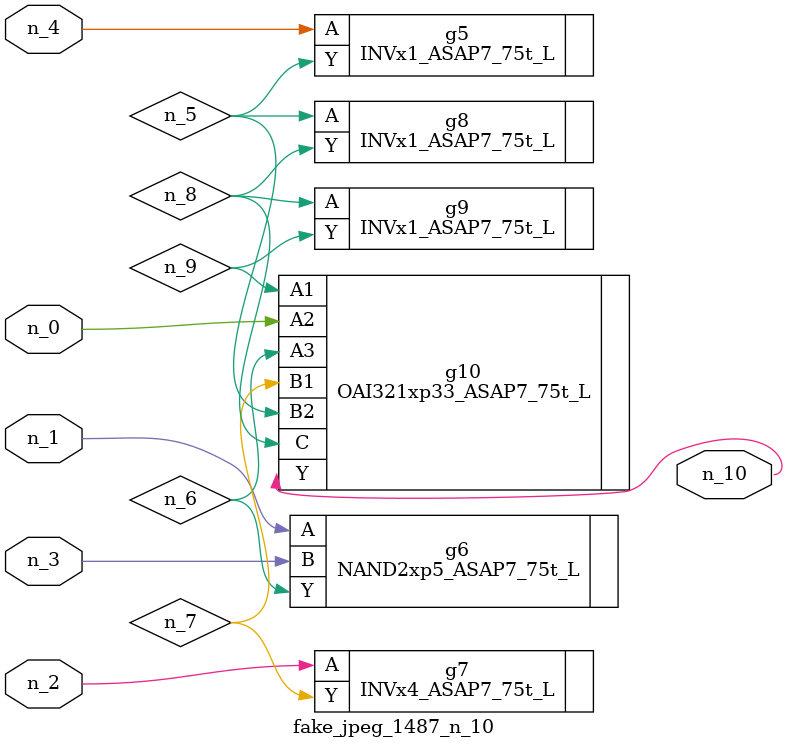
<source format=v>
module fake_jpeg_1487_n_10 (n_3, n_2, n_1, n_0, n_4, n_10);

input n_3;
input n_2;
input n_1;
input n_0;
input n_4;

output n_10;

wire n_8;
wire n_9;
wire n_6;
wire n_5;
wire n_7;

INVx1_ASAP7_75t_L g5 ( 
.A(n_4),
.Y(n_5)
);

NAND2xp5_ASAP7_75t_L g6 ( 
.A(n_1),
.B(n_3),
.Y(n_6)
);

INVx4_ASAP7_75t_L g7 ( 
.A(n_2),
.Y(n_7)
);

INVx1_ASAP7_75t_L g8 ( 
.A(n_5),
.Y(n_8)
);

INVx1_ASAP7_75t_L g9 ( 
.A(n_8),
.Y(n_9)
);

OAI321xp33_ASAP7_75t_L g10 ( 
.A1(n_9),
.A2(n_0),
.A3(n_6),
.B1(n_7),
.B2(n_5),
.C(n_8),
.Y(n_10)
);


endmodule
</source>
